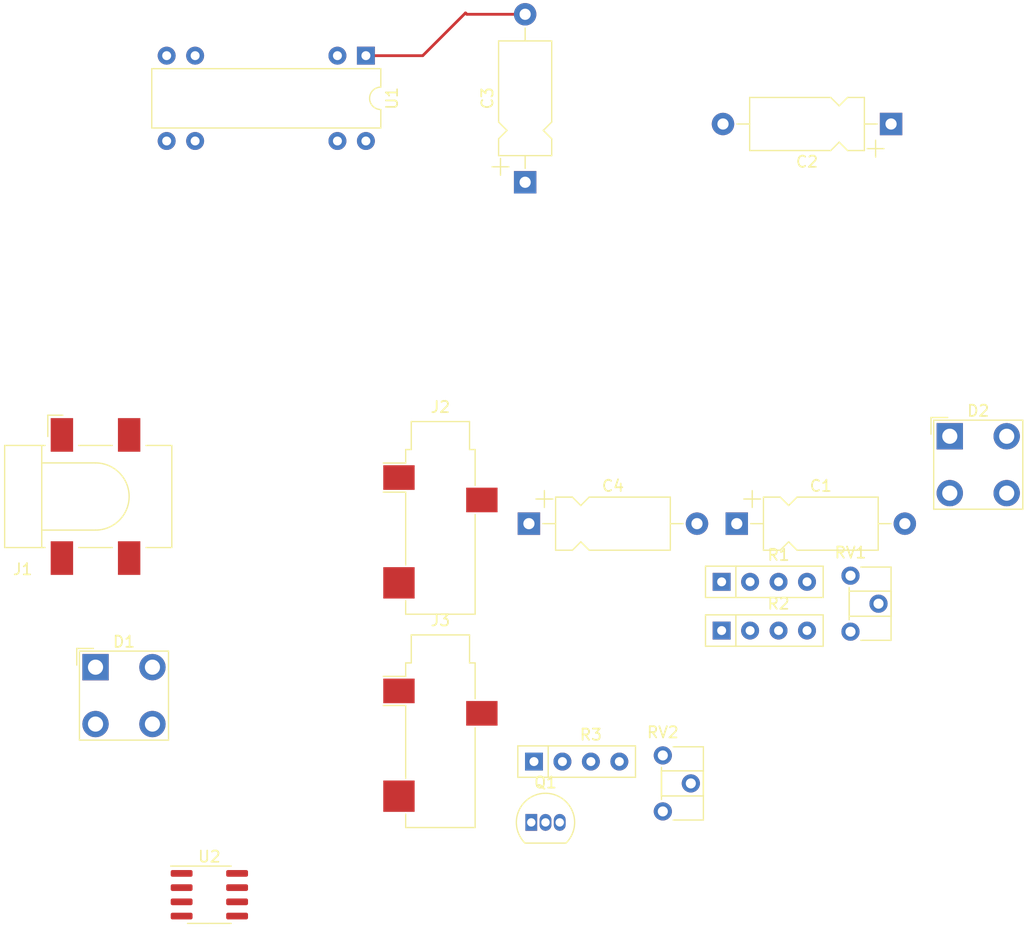
<source format=kicad_pcb>
(kicad_pcb (version 20211014) (generator pcbnew)
  (layers (0 "F.Cu" signal) (31 "B.Cu" signal) (34 "B.Paste" user) (35 "F.Paste" user) (36 "B.SilkS" user "B.Silkscreen") (37 "F.SilkS" user "F.Silkscreen") (38 "B.Mask" user) (39 "F.Mask" user) (44 "Edge.Cuts" user))
  (net 0 "")
  (net 1 "Net-(D2-Pad2)")
  (net 2 "Net-(R1-Pad2)")
  (net 3 "Net-(D1-Pad2)")
  (net 4 "Net-(Q1-Pad2)")
  (net 5 "Net-(Q1-Pad3)")
  (net 6 "Net-(J2-PadT)")
  (net 7 "Net-(C2-Pad1)")
  (net 8 "GND")
  (net 10 "Net-(C1-Pad1)")
  (net 11 "Net-(Q1-Pad1)")
  (net 14 "Net-(C3-Pad2)")
  (net 15 "Net-(C4-Pad2)")
  (net 16 "Net-(C2-Pad2)")
  (net 18 "Net-(C3-Pad1)")
  (net 19 "Net-(C4-Pad1)")
  (footprint "Resistor_THT:R_Array_SIP4" (layer "F.Cu") (at 145.81 107.49)
    (fp_text reference "R3" (at 5.08 -2.4) (layer "F.SilkS"))
    (fp_text value "470")
    (fp_line (start -1.44 -1.4) (end -1.44 1.4) (layer "F.SilkS") (width 0.12))
    (fp_line (start 1.27 -1.4) (end 1.27 1.4) (layer "F.SilkS") (width 0.12))
    (fp_line (start 9.06 1.4) (end 9.06 -1.4) (layer "F.SilkS") (width 0.12))
    (fp_line (start -1.44 1.4) (end 9.06 1.4) (layer "F.SilkS") (width 0.12))
    (fp_line (start 9.06 -1.4) (end -1.44 -1.4) (layer "F.SilkS") (width 0.12))
    (pad "1" thru_hole rect locked (at 0 0) (size 1.6 1.6) (drill 0.8) (layers *.Cu *.Mask) (net 1 "Net-(D2-Pad2)"))
    (pad "2" thru_hole oval locked (at 2.54 0) (size 1.6 1.6) (drill 0.8) (layers *.Cu *.Mask) (net 5 "Net-(Q1-Pad3)"))
    (pad "3" thru_hole oval locked (at 5.08 0) (size 1.6 1.6) (drill 0.8) (layers *.Cu *.Mask))
    (pad "4" thru_hole oval locked (at 7.62 0) (size 1.6 1.6) (drill 0.8) (layers *.Cu *.Mask))
  )
  (footprint "Resistor_THT:R_Array_SIP4" (layer "F.Cu") (at 162.56 91.44)
    (fp_text reference "R1" (at 5.08 -2.4) (layer "F.SilkS"))
    (fp_text value "470")
    (fp_line (start 1.27 -1.4) (end 1.27 1.4) (layer "F.SilkS") (width 0.12))
    (fp_line (start 9.06 -1.4) (end -1.44 -1.4) (layer "F.SilkS") (width 0.12))
    (fp_line (start -1.44 1.4) (end 9.06 1.4) (layer "F.SilkS") (width 0.12))
    (fp_line (start -1.44 -1.4) (end -1.44 1.4) (layer "F.SilkS") (width 0.12))
    (fp_line (start 9.06 1.4) (end 9.06 -1.4) (layer "F.SilkS") (width 0.12))
    (pad "1" thru_hole rect locked (at 0 0) (size 1.6 1.6) (drill 0.8) (layers *.Cu *.Mask) (net 1 "Net-(D2-Pad2)"))
    (pad "2" thru_hole oval locked (at 2.54 0) (size 1.6 1.6) (drill 0.8) (layers *.Cu *.Mask) (net 2 "Net-(R1-Pad2)"))
    (pad "3" thru_hole oval locked (at 5.08 0) (size 1.6 1.6) (drill 0.8) (layers *.Cu *.Mask))
    (pad "4" thru_hole oval locked (at 7.62 0) (size 1.6 1.6) (drill 0.8) (layers *.Cu *.Mask))
  )
  (footprint "Connector_BarrelJack:BarrelJack_CLIFF_FC681465S_SMT_Horizontal" (layer "F.Cu") (at 106.68 83.82)
    (fp_text reference "J1" (at -6.5 6.5 180) (layer "F.SilkS"))
    (fp_text value "Barrel_Jack")
    (fp_line (start -8.11 4.56) (end -4.5 4.56) (layer "F.SilkS") (width 0.12))
    (fp_line (start 4.5 -4.56) (end 6.81 -4.56) (layer "F.SilkS") (width 0.12))
    (fp_line (start -8.11 -4.56) (end -4.5 -4.56) (layer "F.SilkS") (width 0.12))
    (fp_line (start -1.5 4.56) (end 1.5 4.56) (layer "F.SilkS") (width 0.12))
    (fp_line (start -4.26 -7.26) (end -4.26 -5.36) (layer "F.SilkS") (width 0.12))
    (fp_line (start 6.81 4.56) (end 6.81 -4.56) (layer "F.SilkS") (width 0.12))
    (fp_line (start -4.8 3) (end 0 3) (layer "F.SilkS") (width 0.12))
    (fp_line (start -2.92 -7.26) (end -4.26 -7.26) (layer "F.SilkS") (width 0.12))
    (fp_line (start 4.5 4.56) (end 6.81 4.56) (layer "F.SilkS") (width 0.12))
    (fp_line (start -4.8 4.56) (end -4.8 -4.56) (layer "F.SilkS") (width 0.12))
    (fp_line (start -4.8 -3) (end 0 -3) (layer "F.SilkS") (width 0.12))
    (fp_line (start -1.5 -4.56) (end 1.5 -4.56) (layer "F.SilkS") (width 0.12))
    (fp_line (start -8.11 4.56) (end -8.11 -4.56) (layer "F.SilkS") (width 0.12))
    (fp_arc (start 0 -3) (mid 3 0) (end 0 3) (layer "F.SilkS") (width 0.12))
    (pad "" np_thru_hole oval locked (at -2.9 0 90) (size 2 1.5) (drill oval 2 1.5) (layers *.Cu *.Mask))
    (pad "" np_thru_hole circle locked (at 1.5 0 90) (size 2 2) (drill 2) (layers *.Cu *.Mask))
    (pad "1" smd rect locked (at -3 -5.5 90) (size 3 2) (layers "F.Cu" "F.Paste" "F.Mask") (net 1 "Net-(D2-Pad2)"))
    (pad "1" smd rect locked (at 3 -5.5 90) (size 3 2) (layers "F.Cu" "F.Paste" "F.Mask") (net 1 "Net-(D2-Pad2)"))
    (pad "2" smd rect locked (at 3 5.5 90) (size 3 2) (layers "F.Cu" "F.Paste" "F.Mask") (net 8 "GND"))
    (pad "3" smd rect locked (at -3 5.5 90) (size 3 2) (layers "F.Cu" "F.Paste" "F.Mask"))
  )
  (footprint "Connector_Audio:Jack_3.5mm_CUI_SJ-3523-SMT_Horizontal" (layer "F.Cu") (at 137.46 85.73)
    (fp_text reference "J2" (at 0 -9.9) (layer "F.SilkS"))
    (fp_text value "AudioJack2")
    (fp_line (start -2.6 -8.6) (end 2.6 -8.6) (layer "F.SilkS") (width 0.12))
    (fp_line (start 2.6 -8.6) (end 2.6 -6.1) (layer "F.SilkS") (width 0.12))
    (fp_line (start 3.1 -0.3) (end 3.1 8.6) (layer "F.SilkS") (width 0.12))
    (fp_line (start 2.6 -6.1) (end 3.1 -6.1) (layer "F.SilkS") (width 0.12))
    (fp_line (start -3.1 -4.9) (end -3.1 -6.1) (layer "F.SilkS") (width 0.12))
    (fp_line (start -2.6 -6.1) (end -2.6 -8.6) (layer "F.SilkS") (width 0.12))
    (fp_line (start -3.1 -4.9) (end -5.1 -4.9) (layer "F.SilkS") (width 0.12))
    (fp_line (start -3.1 -6.1) (end -2.6 -6.1) (layer "F.SilkS") (width 0.12))
    (fp_line (start -3.1 -2.3) (end -5.1 -2.3) (layer "F.SilkS") (width 0.12))
    (fp_line (start 3.1 8.6) (end -3.1 8.6) (layer "F.SilkS") (width 0.12))
    (fp_line (start -3.1 8.6) (end -3.1 7.4) (layer "F.SilkS") (width 0.12))
    (fp_line (start 3.1 -6.1) (end 3.1 -2.9) (layer "F.SilkS") (width 0.12))
    (fp_line (start -3.1 4.2) (end -3.1 -2.3) (layer "F.SilkS") (width 0.12))
    (pad "" np_thru_hole circle locked (at 0 4.5) (size 1.7 1.7) (drill 1.7) (layers *.Cu *.Mask))
    (pad "" np_thru_hole circle locked (at 0 -2.5) (size 1.7 1.7) (drill 1.7) (layers *.Cu *.Mask))
    (pad "R" smd rect locked (at 3.7 -1.6) (size 2.8 2.2) (layers "F.Cu" "F.Paste" "F.Mask"))
    (pad "S" smd rect locked (at -3.7 -3.6) (size 2.8 2.2) (layers "F.Cu" "F.Paste" "F.Mask") (net 8 "GND"))
    (pad "T" smd rect locked (at -3.7 5.8) (size 2.8 2.8) (layers "F.Cu" "F.Paste" "F.Mask") (net 6 "Net-(J2-PadT)"))
  )
  (footprint "Capacitor_THT:CP_Axial_L10.0mm_D4.5mm_P15.00mm_Horizontal" (layer "F.Cu") (at 145.0225 55.76 90)
    (fp_text reference "C3" (at 7.5 -3.37 90) (layer "F.SilkS"))
    (fp_text value "10uF")
    (fp_line (start 4.63 -1.62) (end 5.38 -2.37) (layer "F.SilkS") (width 0.12))
    (fp_line (start 0.63 -2.2) (end 2.13 -2.2) (layer "F.SilkS") (width 0.12))
    (fp_line (start 4.63 1.62) (end 5.38 2.37) (layer "F.SilkS") (width 0.12))
    (fp_line (start 1.38 -2.95) (end 1.38 -1.45) (layer "F.SilkS") (width 0.12))
    (fp_line (start 3.88 2.37) (end 4.63 1.62) (layer "F.SilkS") (width 0.12))
    (fp_line (start 2.38 -2.37) (end 2.38 2.37) (layer "F.SilkS") (width 0.12))
    (fp_line (start 5.38 2.37) (end 12.62 2.37) (layer "F.SilkS") (width 0.12))
    (fp_line (start 3.88 -2.37) (end 4.63 -1.62) (layer "F.SilkS") (width 0.12))
    (fp_line (start 5.38 -2.37) (end 12.62 -2.37) (layer "F.SilkS") (width 0.12))
    (fp_line (start 1.24 0) (end 2.38 0) (layer "F.SilkS") (width 0.12))
    (fp_line (start 2.38 -2.37) (end 3.88 -2.37) (layer "F.SilkS") (width 0.12))
    (fp_line (start 12.62 -2.37) (end 12.62 2.37) (layer "F.SilkS") (width 0.12))
    (fp_line (start 2.38 2.37) (end 3.88 2.37) (layer "F.SilkS") (width 0.12))
    (fp_line (start 13.76 0) (end 12.62 0) (layer "F.SilkS") (width 0.12))
    (pad "1" thru_hole rect locked (at 0 0 90) (size 2 2) (drill 1) (layers *.Cu *.Mask) (net 18 "Net-(C3-Pad1)"))
    (pad "2" thru_hole oval locked (at 15 0 90) (size 2 2) (drill 1) (layers *.Cu *.Mask) (net 14 "Net-(C3-Pad2)"))
  )
  (footprint "Package_DIP:DIP-8-16_W7.62mm" (layer "F.Cu") (at 130.81 44.455 -90)
    (fp_text reference "U1" (at 3.81 -2.33 90) (layer "F.SilkS"))
    (fp_text value "LM386")
    (fp_line (start 6.46 -1.33) (end 4.81 -1.33) (layer "F.SilkS") (width 0.12))
    (fp_line (start 1.16 19.11) (end 6.46 19.11) (layer "F.SilkS") (width 0.12))
    (fp_line (start 6.46 19.11) (end 6.46 -1.33) (layer "F.SilkS") (width 0.12))
    (fp_line (start 1.16 -1.33) (end 1.16 19.11) (layer "F.SilkS") (width 0.12))
    (fp_line (start 2.81 -1.33) (end 1.16 -1.33) (layer "F.SilkS") (width 0.12))
    (fp_arc (start 4.81 -1.33) (mid 3.81 -0.33) (end 2.81 -1.33) (layer "F.SilkS") (width 0.12))
    (pad "1" thru_hole rect locked (at 0 0 270) (size 1.6 1.6) (drill 0.8) (layers *.Cu *.Mask) (net 14 "Net-(C3-Pad2)"))
    (pad "2" thru_hole circle locked (at 0 2.54 270) (size 1.6 1.6) (drill 0.8) (layers *.Cu *.Mask) (net 8 "GND"))
    (pad "3" thru_hole circle locked (at 0 15.24 270) (size 1.6 1.6) (drill 0.8) (layers *.Cu *.Mask) (net 16 "Net-(C2-Pad2)"))
    (pad "4" thru_hole circle locked (at 0 17.78 270) (size 1.6 1.6) (drill 0.8) (layers *.Cu *.Mask) (net 8 "GND"))
    (pad "5" thru_hole circle locked (at 7.62 17.78 270) (size 1.6 1.6) (drill 0.8) (layers *.Cu *.Mask) (net 15 "Net-(C4-Pad2)"))
    (pad "6" thru_hole circle locked (at 7.62 15.24 270) (size 1.6 1.6) (drill 0.8) (layers *.Cu *.Mask) (net 11 "Net-(Q1-Pad1)"))
    (pad "7" thru_hole circle locked (at 7.62 2.54 270) (size 1.6 1.6) (drill 0.8) (layers *.Cu *.Mask))
    (pad "8" thru_hole circle locked (at 7.62 0 270) (size 1.6 1.6) (drill 0.8) (layers *.Cu *.Mask) (net 18 "Net-(C3-Pad1)"))
  )
  (footprint "Connector_Audio:Jack_3.5mm_CUI_SJ-3523-SMT_Horizontal" (layer "F.Cu") (at 137.46 104.78)
    (fp_text reference "J3" (at 0 -9.9) (layer "F.SilkS"))
    (fp_text value "AudioJack2")
    (fp_line (start -3.1 -4.9) (end -5.1 -4.9) (layer "F.SilkS") (width 0.12))
    (fp_line (start -3.1 4.2) (end -3.1 -2.3) (layer "F.SilkS") (width 0.12))
    (fp_line (start 3.1 8.6) (end -3.1 8.6) (layer "F.SilkS") (width 0.12))
    (fp_line (start 3.1 -0.3) (end 3.1 8.6) (layer "F.SilkS") (width 0.12))
    (fp_line (start 3.1 -6.1) (end 3.1 -2.9) (layer "F.SilkS") (width 0.12))
    (fp_line (start -2.6 -6.1) (end -2.6 -8.6) (layer "F.SilkS") (width 0.12))
    (fp_line (start -3.1 -2.3) (end -5.1 -2.3) (layer "F.SilkS") (width 0.12))
    (fp_line (start 2.6 -8.6) (end 2.6 -6.1) (layer "F.SilkS") (width 0.12))
    (fp_line (start -2.6 -8.6) (end 2.6 -8.6) (layer "F.SilkS") (width 0.12))
    (fp_line (start -3.1 -6.1) (end -2.6 -6.1) (layer "F.SilkS") (width 0.12))
    (fp_line (start 2.6 -6.1) (end 3.1 -6.1) (layer "F.SilkS") (width 0.12))
    (fp_line (start -3.1 -4.9) (end -3.1 -6.1) (layer "F.SilkS") (width 0.12))
    (fp_line (start -3.1 8.6) (end -3.1 7.4) (layer "F.SilkS") (width 0.12))
    (pad "" np_thru_hole circle locked (at 0 -2.5) (size 1.7 1.7) (drill 1.7) (layers *.Cu *.Mask))
    (pad "" np_thru_hole circle locked (at 0 4.5) (size 1.7 1.7) (drill 1.7) (layers *.Cu *.Mask))
    (pad "R" smd rect locked (at 3.7 -1.6) (size 2.8 2.2) (layers "F.Cu" "F.Paste" "F.Mask"))
    (pad "S" smd rect locked (at -3.7 -3.6) (size 2.8 2.2) (layers "F.Cu" "F.Paste" "F.Mask") (net 8 "GND"))
    (pad "T" smd rect locked (at -3.7 5.8) (size 2.8 2.8) (layers "F.Cu" "F.Paste" "F.Mask") (net 19 "Net-(C4-Pad1)"))
  )
  (footprint "Resistor_THT:R_Array_SIP4" (layer "F.Cu") (at 162.56 95.79)
    (fp_text reference "R2" (at 5.08 -2.4) (layer "F.SilkS"))
    (fp_text value "470")
    (fp_line (start 1.27 -1.4) (end 1.27 1.4) (layer "F.SilkS") (width 0.12))
    (fp_line (start -1.44 -1.4) (end -1.44 1.4) (layer "F.SilkS") (width 0.12))
    (fp_line (start -1.44 1.4) (end 9.06 1.4) (layer "F.SilkS") (width 0.12))
    (fp_line (start 9.06 -1.4) (end -1.44 -1.4) (layer "F.SilkS") (width 0.12))
    (fp_line (start 9.06 1.4) (end 9.06 -1.4) (layer "F.SilkS") (width 0.12))
    (pad "1" thru_hole rect locked (at 0 0) (size 1.6 1.6) (drill 0.8) (layers *.Cu *.Mask) (net 3 "Net-(D1-Pad2)"))
    (pad "2" thru_hole oval locked (at 2.54 0) (size 1.6 1.6) (drill 0.8) (layers *.Cu *.Mask) (net 4 "Net-(Q1-Pad2)"))
    (pad "3" thru_hole oval locked (at 5.08 0) (size 1.6 1.6) (drill 0.8) (layers *.Cu *.Mask))
    (pad "4" thru_hole oval locked (at 7.62 0) (size 1.6 1.6) (drill 0.8) (layers *.Cu *.Mask))
  )
  (footprint "LED_THT:LED_BL-FL7680RGB" (layer "F.Cu") (at 182.92 78.44)
    (fp_text reference "D2" (at 2.54 -2.27) (layer "F.SilkS"))
    (fp_text value "LED")
    (fp_line (start 6.515 6.515) (end 6.515 -1.435) (layer "F.SilkS") (width 0.12))
    (fp_line (start -1.435 -1.435) (end -1.435 6.515) (layer "F.SilkS") (width 0.12))
    (fp_line (start 6.515 -1.435) (end -1.435 -1.435) (layer "F.SilkS") (width 0.12))
    (fp_line (start -1.435 6.515) (end 6.515 6.515) (layer "F.SilkS") (width 0.12))
    (fp_line (start -1.675 -0.185) (end -1.675 -1.675) (layer "F.SilkS") (width 0.12))
    (fp_line (start -1.675 -1.675) (end -0.185 -1.675) (layer "F.SilkS") (width 0.12))
    (pad "1" thru_hole rect locked (at 0 0) (size 2.35 2.35) (drill 1.35) (layers *.Cu *.Mask) (net 8 "GND"))
    (pad "2" thru_hole circle locked (at 0 5.08) (size 2.35 2.35) (drill 1.35) (layers *.Cu *.Mask) (net 1 "Net-(D2-Pad2)"))
    (pad "3" thru_hole circle locked (at 5.08 5.08) (size 2.35 2.35) (drill 1.35) (layers *.Cu *.Mask))
    (pad "4" thru_hole circle locked (at 5.08 0) (size 2.35 2.35) (drill 1.35) (layers *.Cu *.Mask))
  )
  (footprint "Package_TO_SOT_THT:TO-92_Inline" (layer "F.Cu") (at 145.57 112.92)
    (fp_text reference "Q1" (at 1.27 -3.56) (layer "F.SilkS"))
    (fp_text value "2N3905")
    (fp_line (start -0.53 1.85) (end 3.07 1.85) (layer "F.SilkS") (width 0.12))
    (fp_arc (start 1.27 -2.6) (mid 3.672087 -0.994977) (end 3.108478 1.838478) (layer "F.SilkS") (width 0.12))
    (fp_arc (start -0.568478 1.838478) (mid -1.132087 -0.994977) (end 1.27 -2.6) (layer "F.SilkS") (width 0.12))
    (pad "1" thru_hole rect locked (at 0 0) (size 1.05 1.5) (drill 0.75) (layers *.Cu *.Mask) (net 11 "Net-(Q1-Pad1)"))
    (pad "2" thru_hole oval locked (at 1.27 0) (size 1.05 1.5) (drill 0.75) (layers *.Cu *.Mask) (net 4 "Net-(Q1-Pad2)"))
    (pad "3" thru_hole oval locked (at 2.54 0) (size 1.05 1.5) (drill 0.75) (layers *.Cu *.Mask) (net 5 "Net-(Q1-Pad3)"))
  )
  (footprint "Potentiometer_THT:Potentiometer_ACP_CA6-H2,5_Horizontal" (layer "F.Cu") (at 157.31 106.94)
    (fp_text reference "RV2" (at 0 -2.06) (layer "F.SilkS"))
    (fp_text value "1M")
    (fp_line (start 0.925 5.77) (end 3.62 5.77) (layer "F.SilkS") (width 0.12))
    (fp_line (start -0.121 1.066) (end -0.121 3.935) (layer "F.SilkS") (width 0.12))
    (fp_line (start 3.62 1.38) (end 3.62 3.62) (layer "F.SilkS") (width 0.12))
    (fp_line (start -0.121 1.38) (end -0.121 3.62) (layer "F.SilkS") (width 0.12))
    (fp_line (start -0.121 3.62) (end 3.62 3.62) (layer "F.SilkS") (width 0.12))
    (fp_line (start 0.925 -0.77) (end 3.62 -0.77) (layer "F.SilkS") (width 0.12))
    (fp_line (start -0.121 1.38) (end 3.62 1.38) (layer "F.SilkS") (width 0.12))
    (fp_line (start 3.62 -0.77) (end 3.62 5.77) (layer "F.SilkS") (width 0.12))
    (pad "1" thru_hole circle locked (at 0 0) (size 1.62 1.62) (drill 0.9) (layers *.Cu *.Mask) (net 10 "Net-(C1-Pad1)"))
    (pad "2" thru_hole circle locked (at 2.5 2.5) (size 1.62 1.62) (drill 0.9) (layers *.Cu *.Mask) (net 2 "Net-(R1-Pad2)"))
    (pad "3" thru_hole circle locked (at 0 5) (size 1.62 1.62) (drill 0.9) (layers *.Cu *.Mask))
  )
  (footprint "Package_SO:SOIC-8_3.9x4.9mm_P1.27mm" (layer "F.Cu") (at 116.84 119.38)
    (fp_text reference "U2" (at 0 -3.4) (layer "F.SilkS"))
    (fp_text value "LM555xM")
    (fp_line (start 0 -2.56) (end 1.95 -2.56) (layer "F.SilkS") (width 0.12))
    (fp_line (start 0 2.56) (end -1.95 2.56) (layer "F.SilkS") (width 0.12))
    (fp_line (start 0 -2.56) (end -3.45 -2.56) (layer "F.SilkS") (width 0.12))
    (fp_line (start 0 2.56) (end 1.95 2.56) (layer "F.SilkS") (width 0.12))
    (pad "1" smd roundrect locked (at -2.475 -1.905) (size 1.95 0.6) (layers "F.Cu" "F.Paste" "F.Mask") (net 8 "GND"))
    (pad "2" smd roundrect locked (at -2.475 -0.635) (size 1.95 0.6) (layers "F.Cu" "F.Paste" "F.Mask") (net 10 "Net-(C1-Pad1)"))
    (pad "3" smd roundrect locked (at -2.475 0.635) (size 1.95 0.6) (layers "F.Cu" "F.Paste" "F.Mask") (net 3 "Net-(D1-Pad2)"))
    (pad "4" smd roundrect locked (at -2.475 1.905) (size 1.95 0.6) (layers "F.Cu" "F.Paste" "F.Mask"))
    (pad "5" smd roundrect locked (at 2.475 1.905) (size 1.95 0.6) (layers "F.Cu" "F.Paste" "F.Mask"))
    (pad "6" smd roundrect locked (at 2.475 0.635) (size 1.95 0.6) (layers "F.Cu" "F.Paste" "F.Mask") (net 10 "Net-(C1-Pad1)"))
    (pad "7" smd roundrect locked (at 2.475 -0.635) (size 1.95 0.6) (layers "F.Cu" "F.Paste" "F.Mask") (net 2 "Net-(R1-Pad2)"))
    (pad "8" smd roundrect locked (at 2.475 -1.905) (size 1.95 0.6) (layers "F.Cu" "F.Paste" "F.Mask") (net 1 "Net-(D2-Pad2)"))
  )
  (footprint "Capacitor_THT:CP_Axial_L10.0mm_D4.5mm_P15.00mm_Horizontal" (layer "F.Cu") (at 163.91 86.245)
    (fp_text reference "C1" (at 7.5 -3.37) (layer "F.SilkS"))
    (fp_text value "10uF")
    (fp_line (start 2.38 2.37) (end 3.88 2.37) (layer "F.SilkS") (width 0.12))
    (fp_line (start 3.88 2.37) (end 4.63 1.62) (layer "F.SilkS") (width 0.12))
    (fp_line (start 2.38 -2.37) (end 3.88 -2.37) (layer "F.SilkS") (width 0.12))
    (fp_line (start 1.38 -2.95) (end 1.38 -1.45) (layer "F.SilkS") (width 0.12))
    (fp_line (start 4.63 1.62) (end 5.38 2.37) (layer "F.SilkS") (width 0.12))
    (fp_line (start 4.63 -1.62) (end 5.38 -2.37) (layer "F.SilkS") (width 0.12))
    (fp_line (start 1.24 0) (end 2.38 0) (layer "F.SilkS") (width 0.12))
    (fp_line (start 13.76 0) (end 12.62 0) (layer "F.SilkS") (width 0.12))
    (fp_line (start 5.38 -2.37) (end 12.62 -2.37) (layer "F.SilkS") (width 0.12))
    (fp_line (start 0.63 -2.2) (end 2.13 -2.2) (layer "F.SilkS") (width 0.12))
    (fp_line (start 2.38 -2.37) (end 2.38 2.37) (layer "F.SilkS") (width 0.12))
    (fp_line (start 5.38 2.37) (end 12.62 2.37) (layer "F.SilkS") (width 0.12))
    (fp_line (start 12.62 -2.37) (end 12.62 2.37) (layer "F.SilkS") (width 0.12))
    (fp_line (start 3.88 -2.37) (end 4.63 -1.62) (layer "F.SilkS") (width 0.12))
    (pad "1" thru_hole rect locked (at 0 0) (size 2 2) (drill 1) (layers *.Cu *.Mask) (net 10 "Net-(C1-Pad1)"))
    (pad "2" thru_hole oval locked (at 15 0) (size 2 2) (drill 1) (layers *.Cu *.Mask) (net 8 "GND"))
  )
  (footprint "Capacitor_THT:CP_Axial_L10.0mm_D4.5mm_P15.00mm_Horizontal" (layer "F.Cu") (at 177.68 50.5575 180)
    (fp_text reference "C2" (at 7.5 -3.37) (layer "F.SilkS"))
    (fp_text value "0.1uF")
    (fp_line (start 4.63 -1.62) (end 5.38 -2.37) (layer "F.SilkS") (width 0.12))
    (fp_line (start 13.76 0) (end 12.62 0) (layer "F.SilkS") (width 0.12))
    (fp_line (start 5.38 -2.37) (end 12.62 -2.37) (layer "F.SilkS") (width 0.12))
    (fp_line (start 1.24 0) (end 2.38 0) (layer "F.SilkS") (width 0.12))
    (fp_line (start 0.63 -2.2) (end 2.13 -2.2) (layer "F.SilkS") (width 0.12))
    (fp_line (start 2.38 -2.37) (end 3.88 -2.37) (layer "F.SilkS") (width 0.12))
    (fp_line (start 12.62 -2.37) (end 12.62 2.37) (layer "F.SilkS") (width 0.12))
    (fp_line (start 3.88 2.37) (end 4.63 1.62) (layer "F.SilkS") (width 0.12))
    (fp_line (start 2.38 2.37) (end 3.88 2.37) (layer "F.SilkS") (width 0.12))
    (fp_line (start 2.38 -2.37) (end 2.38 2.37) (layer "F.SilkS") (width 0.12))
    (fp_line (start 1.38 -2.95) (end 1.38 -1.45) (layer "F.SilkS") (width 0.12))
    (fp_line (start 4.63 1.62) (end 5.38 2.37) (layer "F.SilkS") (width 0.12))
    (fp_line (start 3.88 -2.37) (end 4.63 -1.62) (layer "F.SilkS") (width 0.12))
    (fp_line (start 5.38 2.37) (end 12.62 2.37) (layer "F.SilkS") (width 0.12))
    (pad "1" thru_hole rect locked (at 0 0 180) (size 2 2) (drill 1) (layers *.Cu *.Mask) (net 7 "Net-(C2-Pad1)"))
    (pad "2" thru_hole oval locked (at 15 0 180) (size 2 2) (drill 1) (layers *.Cu *.Mask) (net 16 "Net-(C2-Pad2)"))
  )
  (footprint "Capacitor_THT:CP_Axial_L10.0mm_D4.5mm_P15.00mm_Horizontal" (layer "F.Cu") (at 145.36 86.245)
    (fp_text reference "C4" (at 7.5 -3.37) (layer "F.SilkS"))
    (fp_text value "220uF")
    (fp_line (start 2.38 -2.37) (end 3.88 -2.37) (layer "F.SilkS") (width 0.12))
    (fp_line (start 0.63 -2.2) (end 2.13 -2.2) (layer "F.SilkS") (width 0.12))
    (fp_line (start 5.38 -2.37) (end 12.62 -2.37) (layer "F.SilkS") (width 0.12))
    (fp_line (start 2.38 2.37) (end 3.88 2.37) (layer "F.SilkS") (width 0.12))
    (fp_line (start 3.88 -2.37) (end 4.63 -1.62) (layer "F.SilkS") (width 0.12))
    (fp_line (start 3.88 2.37) (end 4.63 1.62) (layer "F.SilkS") (width 0.12))
    (fp_line (start 1.38 -2.95) (end 1.38 -1.45) (layer "F.SilkS") (width 0.12))
    (fp_line (start 13.76 0) (end 12.62 0) (layer "F.SilkS") (width 0.12))
    (fp_line (start 4.63 -1.62) (end 5.38 -2.37) (layer "F.SilkS") (width 0.12))
    (fp_line (start 4.63 1.62) (end 5.38 2.37) (layer "F.SilkS") (width 0.12))
    (fp_line (start 12.62 -2.37) (end 12.62 2.37) (layer "F.SilkS") (width 0.12))
    (fp_line (start 1.24 0) (end 2.38 0) (layer "F.SilkS") (width 0.12))
    (fp_line (start 5.38 2.37) (end 12.62 2.37) (layer "F.SilkS") (width 0.12))
    (fp_line (start 2.38 -2.37) (end 2.38 2.37) (layer "F.SilkS") (width 0.12))
    (pad "1" thru_hole rect locked (at 0 0) (size 2 2) (drill 1) (layers *.Cu *.Mask) (net 19 "Net-(C4-Pad1)"))
    (pad "2" thru_hole oval locked (at 15 0) (size 2 2) (drill 1) (layers *.Cu *.Mask) (net 15 "Net-(C4-Pad2)"))
  )
  (footprint "Potentiometer_THT:Potentiometer_ACP_CA6-H2,5_Horizontal" (layer "F.Cu") (at 174.06 90.89)
    (fp_text reference "RV1" (at 0 -2.06) (layer "F.SilkS"))
    (fp_text value "100K")
    (fp_line (start -0.121 1.38) (end 3.62 1.38) (layer "F.SilkS") (width 0.12))
    (fp_line (start -0.121 1.38) (end -0.121 3.62) (layer "F.SilkS") (width 0.12))
    (fp_line (start 3.62 1.38) (end 3.62 3.62) (layer "F.SilkS") (width 0.12))
    (fp_line (start 3.62 -0.77) (end 3.62 5.77) (layer "F.SilkS") (width 0.12))
    (fp_line (start 0.925 -0.77) (end 3.62 -0.77) (layer "F.SilkS") (width 0.12))
    (fp_line (start -0.121 1.066) (end -0.121 3.935) (layer "F.SilkS") (width 0.12))
    (fp_line (start 0.925 5.77) (end 3.62 5.77) (layer "F.SilkS") (width 0.12))
    (fp_line (start -0.121 3.62) (end 3.62 3.62) (layer "F.SilkS") (width 0.12))
    (pad "1" thru_hole circle locked (at 0 0) (size 1.62 1.62) (drill 0.9) (layers *.Cu *.Mask) (net 8 "GND"))
    (pad "2" thru_hole circle locked (at 2.5 2.5) (size 1.62 1.62) (drill 0.9) (layers *.Cu *.Mask) (net 7 "Net-(C2-Pad1)"))
    (pad "3" thru_hole circle locked (at 0 5) (size 1.62 1.62) (drill 0.9) (layers *.Cu *.Mask) (net 6 "Net-(J2-PadT)"))
  )
  (footprint "LED_THT:LED_BL-FL7680RGB" (layer "F.Cu") (at 106.68 99.06)
    (fp_text reference "D1" (at 2.54 -2.27) (layer "F.SilkS"))
    (fp_text value "LED")
    (fp_line (start -1.675 -0.185) (end -1.675 -1.675) (layer "F.SilkS") (width 0.12))
    (fp_line (start -1.435 6.515) (end 6.515 6.515) (layer "F.SilkS") (width 0.12))
    (fp_line (start 6.515 6.515) (end 6.515 -1.435) (layer "F.SilkS") (width 0.12))
    (fp_line (start -1.675 -1.675) (end -0.185 -1.675) (layer "F.SilkS") (width 0.12))
    (fp_line (start 6.515 -1.435) (end -1.435 -1.435) (layer "F.SilkS") (width 0.12))
    (fp_line (start -1.435 -1.435) (end -1.435 6.515) (layer "F.SilkS") (width 0.12))
    (pad "1" thru_hole rect locked (at 0 0) (size 2.35 2.35) (drill 1.35) (layers *.Cu *.Mask) (net 8 "GND"))
    (pad "2" thru_hole circle locked (at 0 5.08) (size 2.35 2.35) (drill 1.35) (layers *.Cu *.Mask) (net 3 "Net-(D1-Pad2)"))
    (pad "3" thru_hole circle locked (at 5.08 5.08) (size 2.35 2.35) (drill 1.35) (layers *.Cu *.Mask))
    (pad "4" thru_hole circle locked (at 5.08 0) (size 2.35 2.35) (drill 1.35) (layers *.Cu *.Mask))
  )
  (segment (start 135.885 44.455) (end 139.7 40.64) (width 0.25) (layer "F.Cu") (net 14))
  (segment (start 139.82 40.76) (end 145.0225 40.76) (width 0.25) (layer "F.Cu") (net 14))
  (segment (start 130.81 44.455) (end 135.885 44.455) (width 0.25) (layer "F.Cu") (net 14))
  (segment (start 139.7 40.64) (end 139.82 40.76) (width 0.25) (layer "F.Cu") (net 14))
)
</source>
